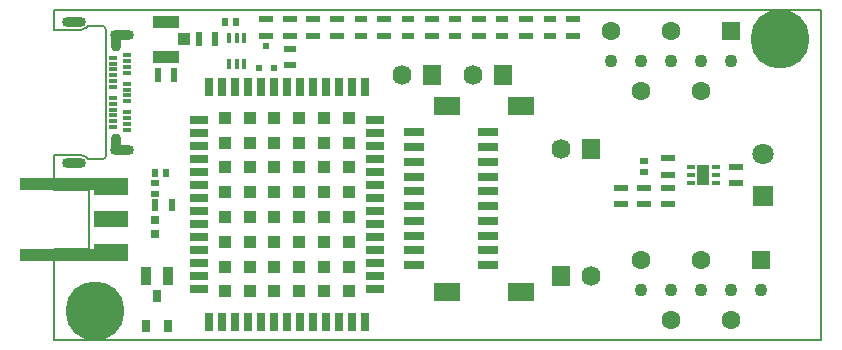
<source format=gts>
G04*
G04 #@! TF.GenerationSoftware,Altium Limited,Altium Designer,21.9.2 (33)*
G04*
G04 Layer_Color=16711833*
%FSLAX44Y44*%
%MOMM*%
G71*
G04*
G04 #@! TF.SameCoordinates,5C5C66F8-9FC8-4E62-95D0-8360453F7E55*
G04*
G04*
G04 #@! TF.FilePolarity,Negative*
G04*
G01*
G75*
%ADD10C,0.2000*%
%ADD16R,0.5000X0.6500*%
%ADD17R,0.6500X0.5000*%
%ADD18R,0.6000X0.6000*%
%ADD19R,1.2000X0.5500*%
%ADD20R,0.7000X0.8000*%
%ADD21R,2.9200X1.3500*%
%ADD22R,0.5500X1.2000*%
%ADD23R,0.8000X0.3000*%
%ADD24R,1.0000X0.5500*%
%ADD25R,1.1000X1.7000*%
%ADD26R,0.6500X0.3500*%
%ADD27R,1.5000X0.8000*%
%ADD28R,0.8000X1.5000*%
%ADD29R,1.1000X1.1000*%
%ADD30R,2.2000X1.6000*%
%ADD31R,1.8000X0.7000*%
%ADD32R,0.5500X1.0000*%
%ADD33R,0.8000X1.0000*%
%ADD34R,0.9000X1.5000*%
%ADD35R,0.3500X0.8500*%
%ADD36R,1.0500X1.0000*%
%ADD37R,2.2000X1.0500*%
%ADD38O,1.6000X1.7000*%
%ADD39R,1.6000X1.7000*%
%ADD40C,1.1000*%
%ADD41C,1.6000*%
%ADD42R,1.6000X1.6000*%
%ADD43R,1.8000X1.8000*%
%ADD44C,1.8000*%
%ADD45O,0.9000X1.8000*%
%ADD46O,2.0000X0.9000*%
%ADD47C,5.0000*%
G36*
X63000Y137850D02*
Y123350D01*
X33800D01*
Y127250D01*
X-28400D01*
Y137850D01*
X63000D01*
D02*
G37*
G36*
X33800Y77750D02*
Y81650D01*
X63000D01*
Y67150D01*
X-28400D01*
Y77750D01*
X33800D01*
D02*
G37*
D10*
X23234Y262975D02*
G03*
X27344Y264678I0J5812D01*
G01*
X28985Y266319D02*
G03*
X29050Y266475I-156J156D01*
G01*
X43121Y265597D02*
G03*
X41000Y266475I-2121J-2121D01*
G01*
X44000Y263475D02*
G03*
X43121Y265597I-3000J0D01*
G01*
X43543Y154801D02*
G03*
X44000Y155903I-1103J1103D01*
G01*
X41000Y153500D02*
G03*
X43121Y154379I0J3000D01*
G01*
X29050Y153500D02*
G03*
X28985Y153656I-221J0D01*
G01*
X27344Y155298D02*
G03*
X23234Y157000I-4110J-4110D01*
G01*
X0Y262975D02*
Y280000D01*
X44000Y263475D02*
X44000Y155903D01*
X0Y262975D02*
X23234D01*
X27344Y264678D02*
X28985Y266319D01*
X29050Y266475D02*
X41000D01*
X43121Y265597D02*
Y265597D01*
Y154379D02*
X43543Y154801D01*
X29050Y153500D02*
X41000D01*
X27344Y155298D02*
X28985Y153656D01*
X0Y157000D02*
X23234D01*
X0Y127250D02*
Y156975D01*
Y127250D02*
X30000D01*
Y77750D02*
Y127250D01*
X0Y77750D02*
X30000D01*
X0Y0D02*
Y77750D01*
Y280000D02*
X650000D01*
Y0D02*
Y280000D01*
X0Y0D02*
X650000D01*
D16*
X86000Y141750D02*
D03*
X95000D02*
D03*
X145500Y270000D02*
D03*
X154500D02*
D03*
D17*
X86000Y124000D02*
D03*
Y133000D02*
D03*
X500000Y143000D02*
D03*
Y152000D02*
D03*
D18*
X173500Y230750D02*
D03*
X186500D02*
D03*
X180000Y249250D02*
D03*
D19*
X240000Y258000D02*
D03*
Y272000D02*
D03*
X200000D02*
D03*
Y258000D02*
D03*
X220000Y272000D02*
D03*
Y258000D02*
D03*
X520000Y115500D02*
D03*
Y129500D02*
D03*
Y140500D02*
D03*
Y154500D02*
D03*
X400000Y258000D02*
D03*
Y272000D02*
D03*
X280000Y258000D02*
D03*
Y272000D02*
D03*
X320000Y258000D02*
D03*
Y272000D02*
D03*
X360000Y258000D02*
D03*
Y272000D02*
D03*
X480000Y129500D02*
D03*
Y115500D02*
D03*
X500000D02*
D03*
Y129500D02*
D03*
X577500Y147000D02*
D03*
Y133000D02*
D03*
X440000Y272000D02*
D03*
Y258000D02*
D03*
X180000D02*
D03*
Y272000D02*
D03*
D20*
X86000Y89750D02*
D03*
Y102250D02*
D03*
D21*
X48400Y102500D02*
D03*
D22*
X102000Y225000D02*
D03*
X88000D02*
D03*
X123000Y255000D02*
D03*
X137000D02*
D03*
D23*
X62000Y241500D02*
D03*
Y236500D02*
D03*
Y231500D02*
D03*
Y226500D02*
D03*
Y217500D02*
D03*
Y212500D02*
D03*
Y207500D02*
D03*
Y202500D02*
D03*
Y193500D02*
D03*
Y188500D02*
D03*
Y183500D02*
D03*
Y178500D02*
D03*
X50000Y180500D02*
D03*
Y185500D02*
D03*
Y190500D02*
D03*
Y195500D02*
D03*
Y200500D02*
D03*
Y205500D02*
D03*
Y214500D02*
D03*
Y219500D02*
D03*
Y224500D02*
D03*
Y229500D02*
D03*
Y234500D02*
D03*
Y239500D02*
D03*
D24*
X380000Y272000D02*
D03*
Y258000D02*
D03*
X260000D02*
D03*
Y272000D02*
D03*
X300000Y258000D02*
D03*
Y272000D02*
D03*
X340000Y258000D02*
D03*
Y272000D02*
D03*
X420000D02*
D03*
Y258000D02*
D03*
X200000Y247000D02*
D03*
Y233000D02*
D03*
D25*
X550000Y140000D02*
D03*
D26*
X560500Y146500D02*
D03*
Y140000D02*
D03*
Y133500D02*
D03*
X539500D02*
D03*
Y140000D02*
D03*
Y146500D02*
D03*
D27*
X123000Y186500D02*
D03*
Y175500D02*
D03*
Y164500D02*
D03*
Y153500D02*
D03*
Y142500D02*
D03*
Y131500D02*
D03*
Y120500D02*
D03*
Y109500D02*
D03*
Y98500D02*
D03*
Y87500D02*
D03*
Y76500D02*
D03*
Y65500D02*
D03*
Y54500D02*
D03*
Y43500D02*
D03*
X272000D02*
D03*
Y54500D02*
D03*
Y65500D02*
D03*
Y76500D02*
D03*
Y87500D02*
D03*
Y98500D02*
D03*
Y109500D02*
D03*
Y120500D02*
D03*
Y131500D02*
D03*
Y142500D02*
D03*
Y153500D02*
D03*
Y164500D02*
D03*
Y175500D02*
D03*
Y186500D02*
D03*
D28*
X131500Y15500D02*
D03*
X142500D02*
D03*
X153500D02*
D03*
X164500D02*
D03*
X175500D02*
D03*
X186500D02*
D03*
X197500D02*
D03*
X208500D02*
D03*
X219500D02*
D03*
X230500D02*
D03*
X241500D02*
D03*
X252500D02*
D03*
X263500D02*
D03*
Y214500D02*
D03*
X252500D02*
D03*
X241500D02*
D03*
X230500D02*
D03*
X219500D02*
D03*
X208500D02*
D03*
X197500D02*
D03*
X186500D02*
D03*
X175500D02*
D03*
X164500D02*
D03*
X153500D02*
D03*
X142500D02*
D03*
X131500D02*
D03*
D29*
X145000Y188500D02*
D03*
X166000D02*
D03*
X187000D02*
D03*
X208000D02*
D03*
X229000D02*
D03*
X250000D02*
D03*
Y167500D02*
D03*
X229000D02*
D03*
X208000D02*
D03*
X187000D02*
D03*
X166000D02*
D03*
X145000D02*
D03*
Y146500D02*
D03*
X166000D02*
D03*
X187000D02*
D03*
X208000D02*
D03*
X229000D02*
D03*
X250000D02*
D03*
Y125500D02*
D03*
X229000D02*
D03*
X208000D02*
D03*
X187000D02*
D03*
X166000D02*
D03*
X145000D02*
D03*
Y104500D02*
D03*
X166000D02*
D03*
X187000D02*
D03*
X208000D02*
D03*
X229000D02*
D03*
X250000D02*
D03*
Y83500D02*
D03*
X229000D02*
D03*
X208000D02*
D03*
X187000D02*
D03*
X166000D02*
D03*
X145000D02*
D03*
Y62500D02*
D03*
X166000D02*
D03*
X187000D02*
D03*
X208000D02*
D03*
X229000D02*
D03*
X250000D02*
D03*
Y41500D02*
D03*
X229000D02*
D03*
X208000D02*
D03*
X187000D02*
D03*
X166000D02*
D03*
X145000D02*
D03*
D30*
X395500Y41250D02*
D03*
Y198750D02*
D03*
X333000Y41250D02*
D03*
Y198750D02*
D03*
D31*
X367500Y63750D02*
D03*
Y76250D02*
D03*
Y88750D02*
D03*
Y101250D02*
D03*
Y113750D02*
D03*
Y126250D02*
D03*
Y138750D02*
D03*
Y151250D02*
D03*
Y163750D02*
D03*
Y176250D02*
D03*
X305000Y63750D02*
D03*
Y76250D02*
D03*
Y88750D02*
D03*
Y101250D02*
D03*
Y113750D02*
D03*
Y126250D02*
D03*
Y138750D02*
D03*
Y151250D02*
D03*
Y163750D02*
D03*
Y176250D02*
D03*
D32*
X86000Y115000D02*
D03*
X100000D02*
D03*
D33*
X87500Y38000D02*
D03*
X97000Y12000D02*
D03*
X78000D02*
D03*
D34*
X78500Y55000D02*
D03*
X96500D02*
D03*
D35*
X161500Y256000D02*
D03*
X155000D02*
D03*
X148500D02*
D03*
X161500Y234000D02*
D03*
X155000D02*
D03*
X148500D02*
D03*
D36*
X110250Y255000D02*
D03*
D37*
X95000Y240250D02*
D03*
Y269750D02*
D03*
D38*
X354800Y225000D02*
D03*
X294800D02*
D03*
X455200Y55000D02*
D03*
X429800Y162500D02*
D03*
D39*
X380200Y225000D02*
D03*
X320200D02*
D03*
X429800Y55000D02*
D03*
X455200Y162500D02*
D03*
D40*
X471500Y237000D02*
D03*
X573100D02*
D03*
X547700D02*
D03*
X522300D02*
D03*
X496900D02*
D03*
Y43000D02*
D03*
X598500D02*
D03*
X573100D02*
D03*
X547700D02*
D03*
X522300D02*
D03*
D41*
X471500Y262400D02*
D03*
X522300D02*
D03*
X496900Y211600D02*
D03*
X547700D02*
D03*
X496900Y68400D02*
D03*
X547700D02*
D03*
X522300Y17600D02*
D03*
X573100D02*
D03*
D42*
Y262400D02*
D03*
X598500Y68400D02*
D03*
D43*
X601000Y122500D02*
D03*
D44*
Y157500D02*
D03*
D45*
X53100Y253250D02*
D03*
X53100Y166750D02*
D03*
D46*
X58099Y258749D02*
D03*
X17500Y270000D02*
D03*
Y150000D02*
D03*
X58100Y161250D02*
D03*
D47*
X35000Y25000D02*
D03*
X615000Y255000D02*
D03*
M02*

</source>
